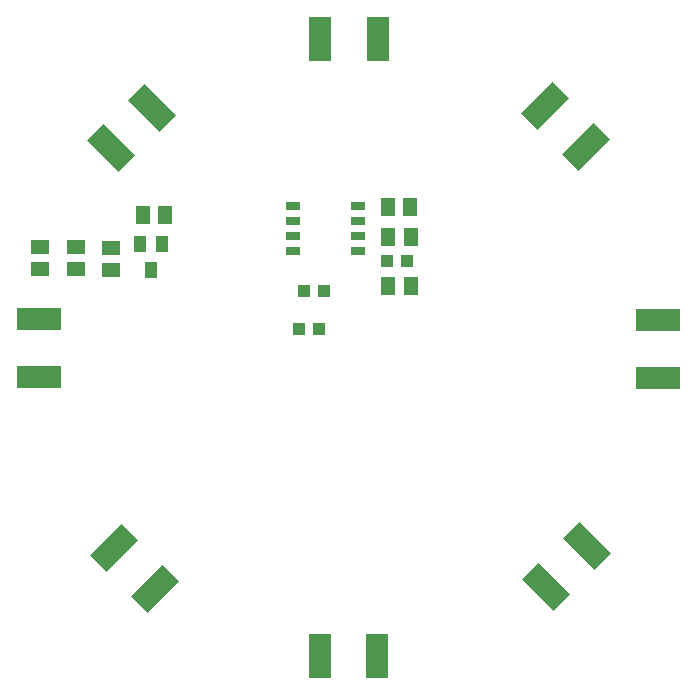
<source format=gbr>
%TF.GenerationSoftware,KiCad,Pcbnew,9.0.5*%
%TF.CreationDate,2025-12-08T11:46:15-06:00*%
%TF.ProjectId,board,626f6172-642e-46b6-9963-61645f706362,rev?*%
%TF.SameCoordinates,Original*%
%TF.FileFunction,Paste,Top*%
%TF.FilePolarity,Positive*%
%FSLAX46Y46*%
G04 Gerber Fmt 4.6, Leading zero omitted, Abs format (unit mm)*
G04 Created by KiCad (PCBNEW 9.0.5) date 2025-12-08 11:46:15*
%MOMM*%
%LPD*%
G01*
G04 APERTURE LIST*
G04 Aperture macros list*
%AMRotRect*
0 Rectangle, with rotation*
0 The origin of the aperture is its center*
0 $1 length*
0 $2 width*
0 $3 Rotation angle, in degrees counterclockwise*
0 Add horizontal line*
21,1,$1,$2,0,0,$3*%
G04 Aperture macros list end*
%ADD10R,1.000000X1.400000*%
%ADD11R,1.300000X1.500000*%
%ADD12R,1.000000X1.100000*%
%ADD13R,1.300000X0.700000*%
%ADD14R,1.100000X1.000000*%
%ADD15R,1.500000X1.300000*%
%ADD16RotRect,3.810000X1.930400X135.000000*%
%ADD17RotRect,3.810000X1.930400X45.000000*%
%ADD18R,1.930400X3.810000*%
%ADD19R,3.810000X1.930400*%
%ADD20RotRect,3.810000X1.930400X315.000000*%
%ADD21RotRect,3.810000X1.930400X225.000000*%
G04 APERTURE END LIST*
D10*
%TO.C,IRLML2502*%
X132550000Y-96200000D03*
X130650000Y-96200000D03*
X131600000Y-98400000D03*
%TD*%
D11*
%TO.C,R12*%
X151695508Y-95588005D03*
X153595508Y-95588005D03*
%TD*%
D12*
%TO.C,R14*%
X144590000Y-100150000D03*
X146290000Y-100150000D03*
%TD*%
D13*
%TO.C,TP4056*%
X143600000Y-92985000D03*
X143600000Y-94255000D03*
X143600000Y-95525000D03*
X143600000Y-96795000D03*
X149100000Y-96795000D03*
X149100000Y-95525000D03*
X149100000Y-94255000D03*
X149100000Y-92985000D03*
%TD*%
D11*
%TO.C,R13*%
X151675508Y-92998005D03*
X153575508Y-92998005D03*
%TD*%
D14*
%TO.C,C3*%
X151585508Y-97610000D03*
X153285508Y-97610000D03*
%TD*%
D15*
%TO.C,R10*%
X128232492Y-98375995D03*
X128232492Y-96475995D03*
%TD*%
%TO.C,R11*%
X122250000Y-96420000D03*
X122250000Y-98320000D03*
%TD*%
D14*
%TO.C,C4*%
X144170000Y-103320000D03*
X145870000Y-103320000D03*
%TD*%
D15*
%TO.C,R9*%
X125250000Y-96400000D03*
X125250000Y-98300000D03*
%TD*%
D11*
%TO.C,R8*%
X132800000Y-93720000D03*
X130900000Y-93720000D03*
%TD*%
%TO.C,R15*%
X153615508Y-99688005D03*
X151715508Y-99688005D03*
%TD*%
D16*
%TO.C,P3*%
X168564407Y-121765593D03*
X165098028Y-125231972D03*
%TD*%
D17*
%TO.C,P1*%
X131910000Y-125370000D03*
X128443621Y-121903621D03*
%TD*%
D18*
%TO.C,P6*%
X145942600Y-78800000D03*
X150844800Y-78800000D03*
%TD*%
%TO.C,P0*%
X150790000Y-131040000D03*
X145887800Y-131040000D03*
%TD*%
D19*
%TO.C,P2*%
X122140000Y-107420000D03*
X122140000Y-102517800D03*
%TD*%
D20*
%TO.C,P4*%
X128205593Y-88074407D03*
X131671972Y-84608028D03*
%TD*%
D19*
%TO.C,P5*%
X174560000Y-102628600D03*
X174560000Y-107530800D03*
%TD*%
D21*
%TO.C,P7*%
X164965593Y-84515593D03*
X168431972Y-87981972D03*
%TD*%
M02*

</source>
